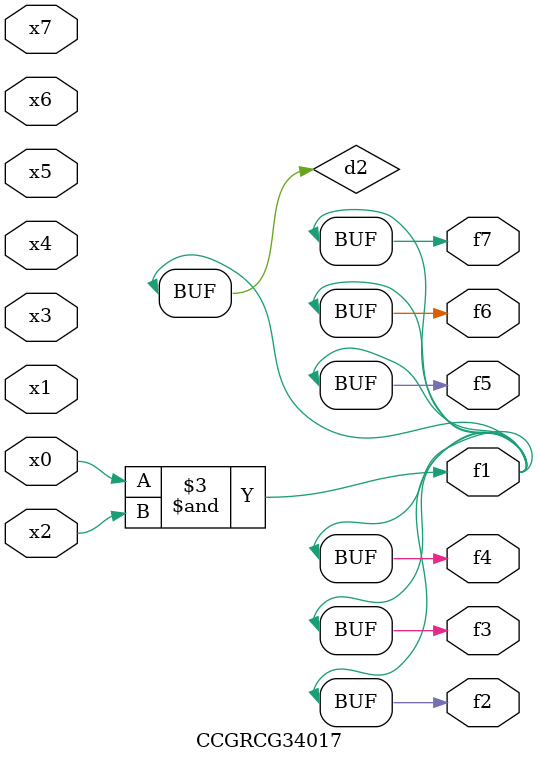
<source format=v>
module CCGRCG34017(
	input x0, x1, x2, x3, x4, x5, x6, x7,
	output f1, f2, f3, f4, f5, f6, f7
);

	wire d1, d2;

	nor (d1, x3, x6);
	and (d2, x0, x2);
	assign f1 = d2;
	assign f2 = d2;
	assign f3 = d2;
	assign f4 = d2;
	assign f5 = d2;
	assign f6 = d2;
	assign f7 = d2;
endmodule

</source>
